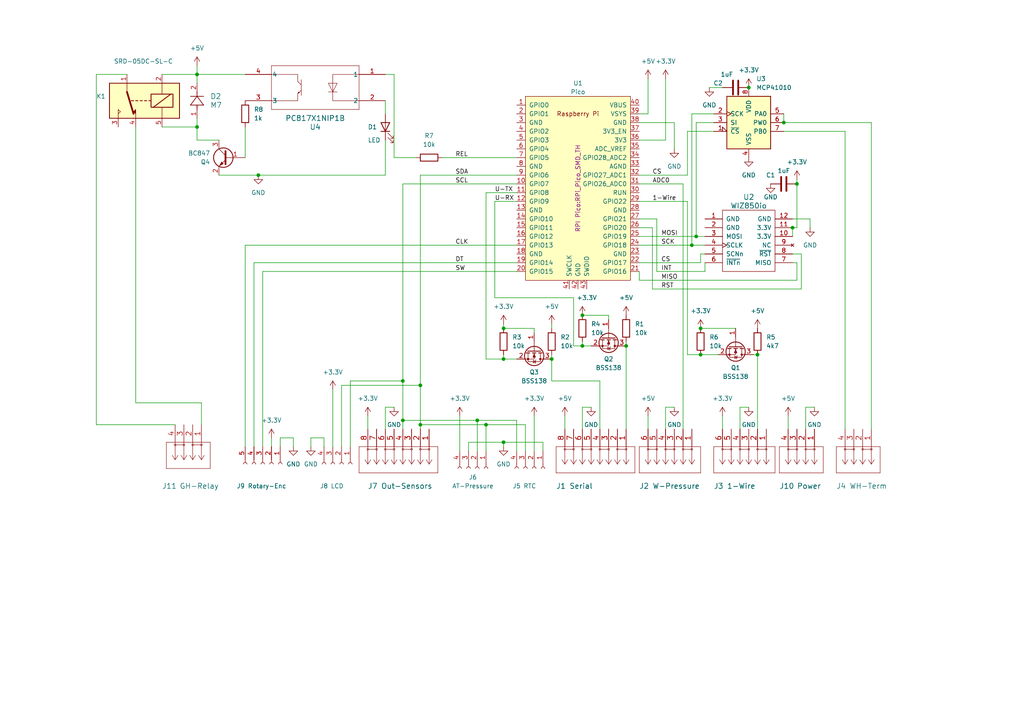
<source format=kicad_sch>
(kicad_sch (version 20231120) (generator "eeschema") (generator_version "8.0")
  (paper "A4")
  (lib_symbols
    (symbol "233-502_1" (pin_names (offset 0.254) hide)
      (property "Reference" "J" (at 8.89 6.35 0))
      (property "Value" "233-502" (at 10.16 -5.08 0))
      (symbol "233-502_1_1_1"
        (pin unspecified line (at 0 0 0) (length 5.08) (name "1") (number "1"))
        (pin unspecified line (at 0 -2.54 0) (length 5.08) (name "2") (number "2"))
        (pin unspecified line (at 0 -5.08 0) (length 5.08) (name "3") (number "3"))
        (pin unspecified line (at 0 -7.62 0) (length 5.08) (name "4") (number "4"))
      )
    )
    (symbol "Connector:Conn_01x04_Socket" (pin_names (offset 1.016) hide)
      (property "Reference" "J" (at 0 5.08 0))
      (property "Value" "Conn_01x04_Socket" (at 0 -7.62 0))
      (symbol "Conn_01x04_Socket_1_1"
        (pin passive line (at -5.08 2.54 0) (length 3.81) (name "Pin_1") (number "1"))
        (pin passive line (at -5.08 0 0) (length 3.81) (name "Pin_2") (number "2"))
        (pin passive line (at -5.08 -2.54 0) (length 3.81) (name "Pin_3") (number "3"))
        (pin passive line (at -5.08 -5.08 0) (length 3.81) (name "Pin_4") (number "4"))
      )
    )
    (symbol "Connector:Conn_01x05_Socket" (pin_names (offset 1.016) hide)
      (property "Reference" "J" (at 0 7.62 0))
      (property "Value" "Conn_01x05_Socket" (at 0 -7.62 0))
      (symbol "Conn_01x05_Socket_1_1"
        (pin passive line (at -5.08 5.08 0) (length 3.81) (name "Pin_1") (number "1"))
        (pin passive line (at -5.08 2.54 0) (length 3.81) (name "Pin_2") (number "2"))
        (pin passive line (at -5.08 0 0) (length 3.81) (name "Pin_3") (number "3"))
        (pin passive line (at -5.08 -2.54 0) (length 3.81) (name "Pin_4") (number "4"))
        (pin passive line (at -5.08 -5.08 0) (length 3.81) (name "Pin_5") (number "5"))
      )
    )
    (symbol "Device:C" (pin_numbers hide) (pin_names (offset 0.254))
      (property "Reference" "C" (at 0.635 2.54 0))
      (property "Value" "C" (at 0.635 -2.54 0))
      (symbol "C_1_1"
        (pin passive line (at 0 3.81 270) (length 2.794) (name "~") (number "1"))
        (pin passive line (at 0 -3.81 90) (length 2.794) (name "~") (number "2"))
      )
    )
    (symbol "Device:LED" (pin_numbers hide) (pin_names (offset 1.016) hide)
      (property "Reference" "D" (at 0 2.54 0))
      (property "Value" "LED" (at 0 -2.54 0))
      (symbol "LED_1_1"
        (pin passive line (at -3.81 0 0) (length 2.54) (name "K") (number "1"))
        (pin passive line (at 3.81 0 180) (length 2.54) (name "A") (number "2"))
      )
    )
    (symbol "Device:R" (pin_numbers hide) (pin_names (offset 0))
      (property "Reference" "R" (at 2.032 0 90))
      (property "Value" "R" (at 0 0 90))
      (symbol "R_1_1"
        (pin passive line (at 0 3.81 270) (length 1.27) (name "~") (number "1"))
        (pin passive line (at 0 -3.81 90) (length 1.27) (name "~") (number "2"))
      )
    )
    (symbol "M7:M7" (pin_names (offset 0.254))
      (property "Reference" "CR" (at 5.08 4.445 0))
      (property "Value" "M7" (at 5.08 -3.81 0))
      (symbol "M7_1_1"
        (pin unspecified line (at 10.16 0 180) (length 2.54) (name "") (number "1"))
        (pin unspecified line (at 0 0 0) (length 2.54) (name "") (number "2"))
      )
      (symbol "M7_1_2"
        (pin unspecified line (at 0 10.16 270) (length 2.54) (name "") (number "1"))
        (pin unspecified line (at 0 0 90) (length 2.54) (name "") (number "2"))
      )
    )
    (symbol "PC817:PC817X1NIP1B" (pin_names (offset 0.254))
      (property "Reference" "U" (at 20.32 7.62 0))
      (property "Value" "PC817X1NIP1B" (at 20.32 7.62 0))
      (symbol "PC817X1NIP1B_0_1"
        (pin unspecified line (at 0 0 0) (length 7.62) (name "1") (number "1"))
        (pin unspecified line (at 0 -7.62 0) (length 7.62) (name "2") (number "2"))
        (pin unspecified line (at 40.64 -7.62 180) (length 7.62) (name "3") (number "3"))
        (pin unspecified line (at 40.64 0 180) (length 7.62) (name "4") (number "4"))
      )
    )
    (symbol "Potentiometer_Digital:MCP41010" (pin_names (offset 1.016))
      (property "Reference" "U" (at -6.35 8.89 0))
      (property "Value" "MCP41010" (at 1.27 8.89 0))
      (symbol "MCP41010_1_1"
        (pin input input_low (at -10.16 -2.54 0) (length 3.81) (name "~{CS}") (number "1"))
        (pin passive clock (at -10.16 2.54 0) (length 3.81) (name "SCK") (number "2"))
        (pin input line (at -10.16 0 0) (length 3.81) (name "SI") (number "3"))
        (pin power_in line (at 0 -10.16 90) (length 2.54) (name "VSS") (number "4"))
        (pin passive line (at 10.16 2.54 180) (length 3.81) (name "PA0") (number "5"))
        (pin passive line (at 10.16 0 180) (length 3.81) (name "PW0") (number "6"))
        (pin passive line (at 10.16 -2.54 180) (length 3.81) (name "PB0") (number "7"))
        (pin power_in line (at 0 10.16 270) (length 2.54) (name "VDD") (number "8"))
      )
    )
    (symbol "RPI Pico:Pico" (pin_names (offset 1.016))
      (property "Reference" "U" (at -13.97 27.94 0))
      (property "Value" "Pico" (at 0 19.05 0))
      (symbol "Pico_0_0"
        (text "Raspberry Pi" (at 0 21.59 0) (effects (font (size 1.27 1.27))))
      )
      (symbol "Pico_1_1"
        (pin bidirectional line (at -17.78 24.13 0) (length 2.54) (name "GPIO0") (number "1"))
        (pin bidirectional line (at -17.78 1.27 0) (length 2.54) (name "GPIO7") (number "10"))
        (pin bidirectional line (at -17.78 -1.27 0) (length 2.54) (name "GPIO8") (number "11"))
        (pin bidirectional line (at -17.78 -3.81 0) (length 2.54) (name "GPIO9") (number "12"))
        (pin power_in line (at -17.78 -6.35 0) (length 2.54) (name "GND") (number "13"))
        (pin bidirectional line (at -17.78 -8.89 0) (length 2.54) (name "GPIO10") (number "14"))
        (pin bidirectional line (at -17.78 -11.43 0) (length 2.54) (name "GPIO11") (number "15"))
        (pin bidirectional line (at -17.78 -13.97 0) (length 2.54) (name "GPIO12") (number "16"))
        (pin bidirectional line (at -17.78 -16.51 0) (length 2.54) (name "GPIO13") (number "17"))
        (pin power_in line (at -17.78 -19.05 0) (length 2.54) (name "GND") (number "18"))
        (pin bidirectional line (at -17.78 -21.59 0) (length 2.54) (name "GPIO14") (number "19"))
        (pin bidirectional line (at -17.78 21.59 0) (length 2.54) (name "GPIO1") (number "2"))
        (pin bidirectional line (at -17.78 -24.13 0) (length 2.54) (name "GPIO15") (number "20"))
        (pin bidirectional line (at 17.78 -24.13 180) (length 2.54) (name "GPIO16") (number "21"))
        (pin bidirectional line (at 17.78 -21.59 180) (length 2.54) (name "GPIO17") (number "22"))
        (pin power_in line (at 17.78 -19.05 180) (length 2.54) (name "GND") (number "23"))
        (pin bidirectional line (at 17.78 -16.51 180) (length 2.54) (name "GPIO18") (number "24"))
        (pin bidirectional line (at 17.78 -13.97 180) (length 2.54) (name "GPIO19") (number "25"))
        (pin bidirectional line (at 17.78 -11.43 180) (length 2.54) (name "GPIO20") (number "26"))
        (pin bidirectional line (at 17.78 -8.89 180) (length 2.54) (name "GPIO21") (number "27"))
        (pin power_in line (at 17.78 -6.35 180) (length 2.54) (name "GND") (number "28"))
        (pin bidirectional line (at 17.78 -3.81 180) (length 2.54) (name "GPIO22") (number "29"))
        (pin power_in line (at -17.78 19.05 0) (length 2.54) (name "GND") (number "3"))
        (pin input line (at 17.78 -1.27 180) (length 2.54) (name "RUN") (number "30"))
        (pin bidirectional line (at 17.78 1.27 180) (length 2.54) (name "GPIO26_ADC0") (number "31"))
        (pin bidirectional line (at 17.78 3.81 180) (length 2.54) (name "GPIO27_ADC1") (number "32"))
        (pin power_in line (at 17.78 6.35 180) (length 2.54) (name "AGND") (number "33"))
        (pin bidirectional line (at 17.78 8.89 180) (length 2.54) (name "GPIO28_ADC2") (number "34"))
        (pin unspecified line (at 17.78 11.43 180) (length 2.54) (name "ADC_VREF") (number "35"))
        (pin unspecified line (at 17.78 13.97 180) (length 2.54) (name "3V3") (number "36"))
        (pin input line (at 17.78 16.51 180) (length 2.54) (name "3V3_EN") (number "37"))
        (pin bidirectional line (at 17.78 19.05 180) (length 2.54) (name "GND") (number "38"))
        (pin unspecified line (at 17.78 21.59 180) (length 2.54) (name "VSYS") (number "39"))
        (pin bidirectional line (at -17.78 16.51 0) (length 2.54) (name "GPIO2") (number "4"))
        (pin unspecified line (at 17.78 24.13 180) (length 2.54) (name "VBUS") (number "40"))
        (pin input line (at -2.54 -29.21 90) (length 2.54) (name "SWCLK") (number "41"))
        (pin power_in line (at 0 -29.21 90) (length 2.54) (name "GND") (number "42"))
        (pin bidirectional line (at 2.54 -29.21 90) (length 2.54) (name "SWDIO") (number "43"))
        (pin bidirectional line (at -17.78 13.97 0) (length 2.54) (name "GPIO3") (number "5"))
        (pin bidirectional line (at -17.78 11.43 0) (length 2.54) (name "GPIO4") (number "6"))
        (pin bidirectional line (at -17.78 8.89 0) (length 2.54) (name "GPIO5") (number "7"))
        (pin power_in line (at -17.78 6.35 0) (length 2.54) (name "GND") (number "8"))
        (pin bidirectional line (at -17.78 3.81 0) (length 2.54) (name "GPIO6") (number "9"))
      )
    )
    (symbol "Relay:SANYOU_SRD_Form_C"
      (property "Reference" "K" (at 11.43 3.81 0))
      (property "Value" "SANYOU_SRD_Form_C" (at 11.43 1.27 0))
      (symbol "SANYOU_SRD_Form_C_1_1"
        (pin passive line (at 5.08 -7.62 90) (length 2.54) (name "~") (number "1"))
        (pin passive line (at -5.08 -7.62 90) (length 2.54) (name "~") (number "2"))
        (pin passive line (at 7.62 7.62 270) (length 2.54) (name "~") (number "3"))
        (pin passive line (at 2.54 7.62 270) (length 2.54) (name "~") (number "4"))
        (pin passive line (at -5.08 7.62 270) (length 2.54) (name "~") (number "5"))
      )
    )
    (symbol "Transistor_BJT:BC847" (pin_names (offset 0) hide)
      (property "Reference" "Q" (at 5.08 1.905 0))
      (property "Value" "BC847" (at 5.08 0 0))
      (symbol "BC847_1_1"
        (pin input line (at -5.08 0 0) (length 5.715) (name "B") (number "1"))
        (pin passive line (at 2.54 -5.08 90) (length 2.54) (name "E") (number "2"))
        (pin passive line (at 2.54 5.08 270) (length 2.54) (name "C") (number "3"))
      )
    )
    (symbol "Transistor_FET:BSS138" (pin_names hide)
      (property "Reference" "Q" (at 5.08 1.905 0))
      (property "Value" "BSS138" (at 5.08 0 0))
      (symbol "BSS138_1_1"
        (pin input line (at -5.08 0 0) (length 2.54) (name "G") (number "1"))
        (pin passive line (at 2.54 -5.08 90) (length 2.54) (name "S") (number "2"))
        (pin passive line (at 2.54 5.08 270) (length 2.54) (name "D") (number "3"))
      )
    )
    (symbol "Wago 233-502:233-502" (pin_names (offset 0.254) hide)
      (property "Reference" "J" (at 8.89 6.35 0))
      (property "Value" "233-502" (at 10.16 -5.08 0))
      (symbol "233-502_1_1"
        (pin unspecified line (at 0 0 0) (length 5.08) (name "1") (number "1"))
        (pin unspecified line (at 0 -2.54 0) (length 5.08) (name "2") (number "2"))
        (pin unspecified line (at 0 -5.08 0) (length 5.08) (name "3") (number "3"))
        (pin unspecified line (at 0 -7.62 0) (length 5.08) (name "4") (number "4"))
      )
    )
    (symbol "Wago 233-503:233-503" (pin_names (offset 0.254) hide)
      (property "Reference" "J" (at 8.89 6.35 0))
      (property "Value" "233-503" (at 10.16 -5.08 0))
      (symbol "233-503_1_1"
        (pin unspecified line (at 0 0 0) (length 5.08) (name "1") (number "1"))
        (pin unspecified line (at 0 -2.54 0) (length 5.08) (name "2") (number "2"))
        (pin unspecified line (at 0 -5.08 0) (length 5.08) (name "3") (number "3"))
        (pin unspecified line (at 0 -7.62 0) (length 5.08) (name "4") (number "4"))
        (pin unspecified line (at 0 -10.16 0) (length 5.08) (name "5") (number "5"))
        (pin unspecified line (at 0 -12.7 0) (length 5.08) (name "6") (number "6"))
      )
    )
    (symbol "Wago 233-504:233-504" (pin_names (offset 0.254) hide)
      (property "Reference" "J" (at 8.89 6.35 0))
      (property "Value" "233-504" (at 10.16 -10.16 0))
      (symbol "233-504_1_1"
        (pin unspecified line (at 0 0 0) (length 5.08) (name "1") (number "1"))
        (pin unspecified line (at 0 -2.54 0) (length 5.08) (name "2") (number "2"))
        (pin unspecified line (at 0 -5.08 0) (length 5.08) (name "3") (number "3"))
        (pin unspecified line (at 0 -7.62 0) (length 5.08) (name "4") (number "4"))
        (pin unspecified line (at 0 -10.16 0) (length 5.08) (name "5") (number "5"))
        (pin unspecified line (at 0 -12.7 0) (length 5.08) (name "6") (number "6"))
        (pin unspecified line (at 0 -15.24 0) (length 5.08) (name "7") (number "7"))
        (pin unspecified line (at 0 -17.78 0) (length 5.08) (name "8") (number "8"))
      )
    )
    (symbol "Wiz850io:WIZ850io" (pin_names (offset 1.016))
      (property "Reference" "U" (at 0 -10.16 0))
      (property "Value" "WIZ850io" (at 0 10.16 0))
      (symbol "WIZ850io_1_1"
        (pin power_in line (at -12.7 6.35 0) (length 5.08) (name "GND") (number "1"))
        (pin power_in line (at 12.7 1.27 180) (length 5.08) (name "3.3V") (number "10"))
        (pin power_in line (at 12.7 3.81 180) (length 5.08) (name "3.3V") (number "11"))
        (pin input line (at 12.7 6.35 180) (length 5.08) (name "GND") (number "12"))
        (pin power_in line (at -12.7 3.81 0) (length 5.08) (name "GND") (number "2"))
        (pin input line (at -12.7 1.27 0) (length 5.08) (name "MOSI") (number "3"))
        (pin input clock (at -12.7 -1.27 0) (length 5.08) (name "SCLK") (number "4"))
        (pin input line (at -12.7 -3.81 0) (length 5.08) (name "SCNn") (number "5"))
        (pin input line (at -12.7 -6.35 0) (length 5.08) (name "~{INTn}") (number "6"))
        (pin output line (at 12.7 -6.35 180) (length 5.08) (name "MISO") (number "7"))
        (pin input line (at 12.7 -3.81 180) (length 5.08) (name "~{RST}") (number "8"))
        (pin no_connect line (at 12.7 -1.27 180) (length 5.08) (name "NC") (number "9"))
      )
    )
    (symbol "power:+3.3V" (power) (pin_names (offset 0))
      (property "Value" "+3.3V" (at 0 3.556 0))
      (symbol "+3.3V_1_1"
        (pin power_in line (at 0 0 90) (length 0) hide (name "+3.3V") (number "1"))
      )
    )
    (symbol "power:+5V" (power) (pin_names (offset 0))
      (property "Value" "+5V" (at 0 3.556 0))
      (symbol "+5V_1_1"
        (pin power_in line (at 0 0 90) (length 0) hide (name "+5V") (number "1"))
      )
    )
    (symbol "power:GND" (power) (pin_names (offset 0))
      (property "Value" "GND" (at 0 -3.81 0))
      (symbol "GND_1_1"
        (pin power_in line (at 0 0 270) (length 0) hide (name "GND") (number "1"))
      )
    )
  )
  (junction (at 200.66 71.12))
  (junction (at 203.2 95.25))
  (junction (at 168.91 91.44))
  (junction (at 138.43 121.92))
  (junction (at 229.87 66.04))
  (junction (at 217.17 25.4))
  (junction (at 140.97 123.19))
  (junction (at 121.92 111.76))
  (junction (at 219.71 102.87))
  (junction (at 116.84 121.92))
  (junction (at 146.05 95.25))
  (junction (at 57.15 36.83))
  (junction (at 203.2 102.87))
  (junction (at 201.93 68.58))
  (junction (at 181.61 100.33))
  (junction (at 168.91 100.33))
  (junction (at 146.05 104.14))
  (junction (at 121.92 123.19))
  (junction (at 160.02 104.14))
  (junction (at 74.93 50.8))
  (junction (at 227.33 35.56))
  (junction (at 231.14 53.34))
  (junction (at 116.84 110.49))
  (junction (at 57.15 21.59))
  (junction (at 146.05 128.27))
  (wire (pts (xy 168.91 124.46) (xy 168.91 118.11)))
  (wire (pts (xy 101.6 129.54) (xy 101.6 110.49)))
  (wire (pts (xy 76.2 78.74) (xy 149.86 78.74)))
  (wire (pts (xy 146.05 102.87) (xy 146.05 104.14)))
  (wire (pts (xy 160.02 110.49) (xy 160.02 104.14)))
  (wire (pts (xy 27.94 123.19) (xy 50.8 123.19)))
  (wire (pts (xy 149.86 55.88) (xy 140.97 55.88)))
  (wire (pts (xy 190.5 78.74) (xy 190.5 63.5)))
  (wire (pts (xy 195.58 35.56) (xy 195.58 43.18)))
  (wire (pts (xy 154.94 120.65) (xy 154.94 130.81)))
  (wire (pts (xy 214.63 124.46) (xy 214.63 118.11)))
  (wire (pts (xy 57.15 24.13) (xy 57.15 21.59)))
  (wire (pts (xy 114.3 21.59) (xy 114.3 45.72)))
  (wire (pts (xy 163.83 120.65) (xy 163.83 124.46)))
  (wire (pts (xy 57.15 36.83) (xy 57.15 34.29)))
  (wire (pts (xy 27.94 21.59) (xy 27.94 123.19)))
  (wire (pts (xy 143.51 86.36) (xy 166.37 86.36)))
  (wire (pts (xy 111.76 40.64) (xy 111.76 50.8)))
  (wire (pts (xy 146.05 93.98) (xy 146.05 95.25)))
  (wire (pts (xy 168.91 100.33) (xy 171.45 100.33)))
  (wire (pts (xy 227.33 35.56) (xy 252.73 35.56)))
  (wire (pts (xy 57.15 40.64) (xy 57.15 36.83)))
  (wire (pts (xy 185.42 71.12) (xy 200.66 71.12)))
  (wire (pts (xy 140.97 55.88) (xy 140.97 104.14)))
  (wire (pts (xy 200.66 71.12) (xy 200.66 33.02)))
  (wire (pts (xy 207.01 35.56) (xy 201.93 35.56)))
  (wire (pts (xy 231.14 52.07) (xy 231.14 53.34)))
  (wire (pts (xy 204.47 78.74) (xy 190.5 78.74)))
  (wire (pts (xy 200.66 71.12) (xy 204.47 71.12)))
  (wire (pts (xy 93.98 127) (xy 93.98 129.54)))
  (wire (pts (xy 229.87 73.66) (xy 232.41 73.66)))
  (wire (pts (xy 166.37 100.33) (xy 168.91 100.33)))
  (wire (pts (xy 227.33 33.02) (xy 227.33 35.56)))
  (wire (pts (xy 229.87 63.5) (xy 234.95 63.5)))
  (wire (pts (xy 204.47 76.2) (xy 204.47 78.74)))
  (wire (pts (xy 63.5 50.8) (xy 74.93 50.8)))
  (wire (pts (xy 229.87 76.2) (xy 231.14 76.2)))
  (wire (pts (xy 200.66 33.02) (xy 207.01 33.02)))
  (wire (pts (xy 121.92 50.8) (xy 149.86 50.8)))
  (wire (pts (xy 185.42 40.64) (xy 193.04 40.64)))
  (wire (pts (xy 173.99 110.49) (xy 160.02 110.49)))
  (wire (pts (xy 185.42 50.8) (xy 199.39 50.8)))
  (wire (pts (xy 203.2 73.66) (xy 203.2 76.2)))
  (wire (pts (xy 149.86 53.34) (xy 116.84 53.34)))
  (wire (pts (xy 57.15 19.05) (xy 57.15 21.59)))
  (wire (pts (xy 121.92 123.19) (xy 140.97 123.19)))
  (wire (pts (xy 185.42 81.28) (xy 231.14 81.28)))
  (wire (pts (xy 140.97 104.14) (xy 146.05 104.14)))
  (wire (pts (xy 121.92 124.46) (xy 121.92 123.19)))
  (wire (pts (xy 152.4 123.19) (xy 152.4 130.81)))
  (wire (pts (xy 187.96 22.86) (xy 187.96 33.02)))
  (wire (pts (xy 193.04 118.11) (xy 193.04 124.46)))
  (wire (pts (xy 36.83 21.59) (xy 27.94 21.59)))
  (wire (pts (xy 229.87 66.04) (xy 231.14 66.04)))
  (wire (pts (xy 173.99 124.46) (xy 173.99 110.49)))
  (wire (pts (xy 106.68 120.65) (xy 106.68 124.46)))
  (wire (pts (xy 76.2 129.54) (xy 76.2 78.74)))
  (wire (pts (xy 90.17 129.54) (xy 90.17 127)))
  (wire (pts (xy 71.12 21.59) (xy 57.15 21.59)))
  (wire (pts (xy 138.43 121.92) (xy 149.86 121.92)))
  (wire (pts (xy 73.66 76.2) (xy 149.86 76.2)))
  (wire (pts (xy 111.76 118.11) (xy 114.3 118.11)))
  (wire (pts (xy 58.42 116.84) (xy 58.42 123.19)))
  (wire (pts (xy 181.61 99.06) (xy 181.61 100.33)))
  (wire (pts (xy 143.51 58.42) (xy 143.51 86.36)))
  (wire (pts (xy 128.27 45.72) (xy 149.86 45.72)))
  (wire (pts (xy 232.41 83.82) (xy 189.23 83.82)))
  (wire (pts (xy 232.41 73.66) (xy 232.41 83.82)))
  (wire (pts (xy 185.42 53.34) (xy 198.12 53.34)))
  (wire (pts (xy 85.09 127) (xy 85.09 129.54)))
  (wire (pts (xy 201.93 68.58) (xy 204.47 68.58)))
  (wire (pts (xy 189.23 83.82) (xy 189.23 66.04)))
  (wire (pts (xy 227.33 38.1) (xy 245.11 38.1)))
  (wire (pts (xy 71.12 71.12) (xy 149.86 71.12)))
  (wire (pts (xy 96.52 113.03) (xy 96.52 129.54)))
  (wire (pts (xy 63.5 40.64) (xy 57.15 40.64)))
  (wire (pts (xy 219.71 124.46) (xy 219.71 102.87)))
  (wire (pts (xy 231.14 76.2) (xy 231.14 81.28)))
  (wire (pts (xy 187.96 33.02) (xy 185.42 33.02)))
  (wire (pts (xy 203.2 76.2) (xy 185.42 76.2)))
  (wire (pts (xy 198.12 53.34) (xy 198.12 124.46)))
  (wire (pts (xy 74.93 50.8) (xy 111.76 50.8)))
  (wire (pts (xy 199.39 58.42) (xy 199.39 102.87)))
  (wire (pts (xy 146.05 128.27) (xy 146.05 129.54)))
  (wire (pts (xy 233.68 118.11) (xy 236.22 118.11)))
  (wire (pts (xy 116.84 124.46) (xy 116.84 121.92)))
  (wire (pts (xy 234.95 63.5) (xy 234.95 66.04)))
  (wire (pts (xy 121.92 111.76) (xy 121.92 123.19)))
  (wire (pts (xy 209.55 120.65) (xy 209.55 124.46)))
  (wire (pts (xy 189.23 66.04) (xy 185.42 66.04)))
  (wire (pts (xy 160.02 93.98) (xy 160.02 95.25)))
  (wire (pts (xy 214.63 118.11) (xy 217.17 118.11)))
  (wire (pts (xy 185.42 35.56) (xy 195.58 35.56)))
  (wire (pts (xy 149.86 121.92) (xy 149.86 130.81)))
  (wire (pts (xy 201.93 35.56) (xy 201.93 68.58)))
  (wire (pts (xy 111.76 21.59) (xy 114.3 21.59)))
  (wire (pts (xy 71.12 36.83) (xy 71.12 45.72)))
  (wire (pts (xy 185.42 58.42) (xy 199.39 58.42)))
  (wire (pts (xy 111.76 29.21) (xy 111.76 33.02)))
  (wire (pts (xy 99.06 129.54) (xy 99.06 111.76)))
  (wire (pts (xy 154.94 95.25) (xy 154.94 96.52)))
  (wire (pts (xy 116.84 53.34) (xy 116.84 110.49)))
  (wire (pts (xy 81.28 129.54) (xy 81.28 127)))
  (wire (pts (xy 166.37 86.36) (xy 166.37 100.33)))
  (wire (pts (xy 46.99 21.59) (xy 57.15 21.59)))
  (wire (pts (xy 252.73 35.56) (xy 252.73 124.46)))
  (wire (pts (xy 140.97 123.19) (xy 152.4 123.19)))
  (wire (pts (xy 185.42 81.28) (xy 185.42 78.74)))
  (wire (pts (xy 81.28 127) (xy 85.09 127)))
  (wire (pts (xy 133.35 120.65) (xy 133.35 130.81)))
  (wire (pts (xy 116.84 121.92) (xy 138.43 121.92)))
  (wire (pts (xy 146.05 128.27) (xy 157.48 128.27)))
  (wire (pts (xy 39.37 116.84) (xy 58.42 116.84)))
  (wire (pts (xy 231.14 53.34) (xy 231.14 66.04)))
  (wire (pts (xy 116.84 110.49) (xy 116.84 121.92)))
  (wire (pts (xy 199.39 38.1) (xy 207.01 38.1)))
  (wire (pts (xy 78.74 127) (xy 78.74 129.54)))
  (wire (pts (xy 203.2 95.25) (xy 213.36 95.25)))
  (wire (pts (xy 203.2 73.66) (xy 204.47 73.66)))
  (wire (pts (xy 218.44 102.87) (xy 219.71 102.87)))
  (wire (pts (xy 46.99 36.83) (xy 57.15 36.83)))
  (wire (pts (xy 205.74 25.4) (xy 209.55 25.4)))
  (wire (pts (xy 138.43 121.92) (xy 138.43 130.81)))
  (wire (pts (xy 121.92 50.8) (xy 121.92 111.76)))
  (wire (pts (xy 228.6 120.65) (xy 228.6 124.46)))
  (wire (pts (xy 176.53 91.44) (xy 168.91 91.44)))
  (wire (pts (xy 185.42 68.58) (xy 201.93 68.58)))
  (wire (pts (xy 90.17 127) (xy 93.98 127)))
  (wire (pts (xy 146.05 104.14) (xy 149.86 104.14)))
  (wire (pts (xy 185.42 63.5) (xy 190.5 63.5)))
  (wire (pts (xy 114.3 45.72) (xy 120.65 45.72)))
  (wire (pts (xy 233.68 118.11) (xy 233.68 124.46)))
  (wire (pts (xy 193.04 22.86) (xy 193.04 40.64)))
  (wire (pts (xy 149.86 58.42) (xy 143.51 58.42)))
  (wire (pts (xy 176.53 92.71) (xy 176.53 91.44)))
  (wire (pts (xy 199.39 50.8) (xy 199.39 38.1)))
  (wire (pts (xy 39.37 36.83) (xy 39.37 116.84)))
  (wire (pts (xy 73.66 129.54) (xy 73.66 76.2)))
  (wire (pts (xy 146.05 95.25) (xy 154.94 95.25)))
  (wire (pts (xy 195.58 118.11) (xy 193.04 118.11)))
  (wire (pts (xy 140.97 123.19) (xy 140.97 130.81)))
  (wire (pts (xy 168.91 99.06) (xy 168.91 100.33)))
  (wire (pts (xy 160.02 102.87) (xy 160.02 104.14)))
  (wire (pts (xy 199.39 102.87) (xy 203.2 102.87)))
  (wire (pts (xy 245.11 38.1) (xy 245.11 124.46)))
  (wire (pts (xy 101.6 110.49) (xy 116.84 110.49)))
  (wire (pts (xy 135.89 128.27) (xy 135.89 130.81)))
  (wire (pts (xy 99.06 111.76) (xy 121.92 111.76)))
  (wire (pts (xy 181.61 124.46) (xy 181.61 100.33)))
  (wire (pts (xy 71.12 129.54) (xy 71.12 71.12)))
  (wire (pts (xy 135.89 128.27) (xy 146.05 128.27)))
  (wire (pts (xy 111.76 124.46) (xy 111.76 118.11)))
  (wire (pts (xy 203.2 102.87) (xy 208.28 102.87)))
  (wire (pts (xy 229.87 66.04) (xy 229.87 68.58)))
  (wire (pts (xy 168.91 118.11) (xy 171.45 118.11)))
  (wire (pts (xy 157.48 130.81) (xy 157.48 128.27)))
  (wire (pts (xy 187.96 120.65) (xy 187.96 124.46)))
  (label "INT" (at 191.77 78.74 0))
  (label "REL" (at 132.08 45.72 0))
  (label "1-Wire" (at 189.23 58.42 0))
  (label "CLK" (at 132.08 71.12 0))
  (label "U-TX" (at 143.51 55.88 0))
  (label "CS" (at 189.23 50.8 0))
  (label "SCK" (at 191.77 71.12 0))
  (label "MISO" (at 191.77 81.28 0))
  (label "RST" (at 191.77 83.82 0))
  (label "MOSI" (at 191.77 68.58 0))
  (label "U-RX" (at 143.51 58.42 0))
  (label "DT" (at 132.08 76.2 0))
  (label "SW" (at 132.08 78.74 0))
  (label "SCL" (at 132.08 53.34 0))
  (label "ADC0" (at 189.23 53.34 0))
  (label "SDA" (at 132.08 50.8 0))
  (label "CS" (at 191.77 76.2 0))
  (symbol (lib_id "power:+5V") (at 228.6 120.65 0) (unit 1)
    (property "Reference" "#PWR018" (effects (hide yes)))
    (property "Value" "+5V" (at 228.6 115.57 0))
  )
  (symbol (lib_id "Wago 233-504:233-504") (at 181.61 124.46 270) (unit 1)
    (property "Reference" "J1" (at 161.29 140.97 90) (effects (font (size 1.524 1.524)) (justify left)))
    (property "Value" "Serial" (at 165.1 140.97 90) (effects (font (size 1.524 1.524)) (justify left)))
    (property "Footprint" "Wago 233-504:233-504" (effects (hide yes)))
  )
  (symbol (lib_id "power:GND") (at 195.58 43.18 0) (unit 1)
    (property "Reference" "#PWR02" (effects (hide yes)))
    (property "Value" "GND" (at 195.58 48.26 0))
  )
  (symbol (lib_id "power:+3.3V") (at 133.35 120.65 0) (unit 1)
    (property "Reference" "#PWR021" (effects (hide yes)))
    (property "Value" "+3.3V" (at 133.35 115.57 0))
  )
  (symbol (lib_id "power:+3.3V") (at 168.91 91.44 0) (unit 1)
    (property "Reference" "#PWR016" (effects (hide yes)))
    (property "Value" "+3.3V" (at 170.18 86.36 0))
  )
  (symbol (lib_id "Connector:Conn_01x04_Socket") (at 138.43 135.89 270) (unit 1)
    (property "Reference" "J6" (at 137.16 138.43 90))
    (property "Value" "AT-Pressure" (at 137.16 140.97 90))
    (property "Footprint" "Connector_PinHeader_2.54mm:PinHeader_1x04_P2.54mm_Vertical" (effects (hide yes)))
  )
  (symbol (lib_id "Wiz850io:WIZ850io") (at 217.17 69.85 0) (unit 1)
    (property "Reference" "U2" (at 217.17 57.15 0) (effects (font (size 1.524 1.524))))
    (property "Value" "WIZ850io" (at 217.17 59.69 0) (effects (font (size 1.524 1.524))))
    (property "Footprint" "WIZ850io:WIZ850io" (effects (hide yes)))
  )
  (symbol (lib_id "Device:C") (at 213.36 25.4 90) (unit 1)
    (property "Reference" "C2" (at 208.28 24.13 90))
    (property "Value" "1uF" (at 210.82 21.59 90))
    (property "Footprint" "Capacitor_SMD:C_0805_2012Metric_Pad1.18x1.45mm_HandSolder" (effects (hide yes)))
  )
  (symbol (lib_id "power:+3.3V") (at 78.74 127 0) (unit 1)
    (property "Reference" "#PWR028" (effects (hide yes)))
    (property "Value" "+3.3V" (at 78.74 121.92 0))
  )
  (symbol (lib_id "PC817:PC817X1NIP1B") (at 111.76 21.59 0) (mirror y) (unit 1)
    (property "Reference" "U4" (at 91.44 36.83 0) (effects (font (size 1.524 1.524))))
    (property "Value" "PC817X1NIP1B" (at 91.44 34.29 0) (effects (font (size 1.524 1.524))))
    (property "Footprint" "PC817:PC817XI_SHP" (effects (hide yes)))
    (property "Datasheet" "PC817X1NIP1B" (effects (hide yes)))
  )
  (symbol (lib_id "power:+3.3V") (at 231.14 52.07 0) (unit 1)
    (property "Reference" "#PWR07" (effects (hide yes)))
    (property "Value" "+3.3V" (at 231.14 46.99 0))
  )
  (symbol (lib_id "power:+3.3V") (at 146.05 93.98 0) (unit 1)
    (property "Reference" "#PWR015" (effects (hide yes)))
    (property "Value" "+3.3V" (at 146.05 88.9 0))
  )
  (symbol (lib_id "power:+3.3V") (at 96.52 113.03 0) (unit 1)
    (property "Reference" "#PWR027" (effects (hide yes)))
    (property "Value" "+3.3V" (at 96.52 107.95 0))
  )
  (symbol (lib_id "Wago 233-504:233-504") (at 124.46 124.46 270) (unit 1)
    (property "Reference" "J7" (at 106.68 140.97 90) (effects (font (size 1.524 1.524)) (justify left)))
    (property "Value" "Out-Sensors" (at 110.49 140.97 90) (effects (font (size 1.524 1.524)) (justify left)))
    (property "Footprint" "Wago 233-504:233-504" (effects (hide yes)))
  )
  (symbol (lib_id "Transistor_BJT:BC847") (at 66.04 45.72 0) (mirror y) (unit 1)
    (property "Reference" "Q4" (at 60.96 46.99 0) (effects (justify left)))
    (property "Value" "BC847" (at 60.96 44.45 0) (effects (justify left)))
    (property "Footprint" "Package_TO_SOT_SMD:SOT-23" (effects (hide yes)))
    (property "Datasheet" "http://www.infineon.com/dgdl/Infineon-BC847SERIES_BC848SERIES_BC849SERIES_BC850SERIES-DS-v01_01-en.pdf?fileId=db3a304314dca389011541d4630a1657" (effects (hide yes)))
  )
  (symbol (lib_id "power:+3.3V") (at 106.68 120.65 0) (unit 1)
    (property "Reference" "#PWR024" (effects (hide yes)))
    (property "Value" "+3.3V" (at 106.68 115.57 0))
  )
  (symbol (lib_id "power:GND") (at 114.3 118.11 0) (unit 1)
    (property "Reference" "#PWR025" (effects (hide yes)))
    (property "Value" "GND" (at 114.3 123.19 0))
  )
  (symbol (lib_id "Transistor_FET:BSS138") (at 176.53 97.79 270) (unit 1)
    (property "Reference" "Q2" (at 176.53 104.14 90))
    (property "Value" "BSS138" (at 176.53 106.68 90))
    (property "Footprint" "Package_TO_SOT_SMD:SOT-23" (effects (hide yes)))
    (property "Datasheet" "https://www.onsemi.com/pub/Collateral/BSS138-D.PDF" (effects (hide yes)))
  )
  (symbol (lib_id "power:+5V") (at 187.96 120.65 0) (unit 1)
    (property "Reference" "#PWR04" (effects (hide yes)))
    (property "Value" "+5V" (at 187.96 115.57 0))
  )
  (symbol (lib_id "power:+5V") (at 160.02 93.98 0) (unit 1)
    (property "Reference" "#PWR013" (effects (hide yes)))
    (property "Value" "+5V" (at 160.02 88.9 0))
  )
  (symbol (lib_id "power:+5V") (at 219.71 95.25 0) (unit 1)
    (property "Reference" "#PWR017" (effects (hide yes)))
    (property "Value" "+5V" (at 219.71 90.17 0))
  )
  (symbol (lib_id "Device:LED") (at 111.76 36.83 90) (unit 1)
    (property "Reference" "D1" (at 106.68 36.83 90) (effects (justify right)))
    (property "Value" "LED" (at 106.68 40.64 90) (effects (justify right)))
    (property "Footprint" "LED_SMD:LED_1206_3216Metric_Pad1.42x1.75mm_HandSolder" (effects (hide yes)))
  )
  (symbol (lib_id "power:GND") (at 195.58 118.11 0) (unit 1)
    (property "Reference" "#PWR05" (effects (hide yes)))
    (property "Value" "GND" (at 195.58 123.19 0))
  )
  (symbol (lib_id "power:GND") (at 205.74 25.4 0) (unit 1)
    (property "Reference" "#PWR032" (effects (hide yes)))
    (property "Value" "GND" (at 205.74 30.48 0))
  )
  (symbol (lib_id "Wago 233-503:233-503") (at 222.25 124.46 270) (unit 1)
    (property "Reference" "J3" (at 207.01 140.97 90) (effects (font (size 1.524 1.524)) (justify left)))
    (property "Value" "1-Wire" (at 210.82 140.97 90) (effects (font (size 1.524 1.524)) (justify left)))
    (property "Footprint" "Wago 233-503:233-503" (effects (hide yes)))
  )
  (symbol (lib_id "power:GND") (at 223.52 53.34 0) (unit 1)
    (property "Reference" "#PWR020" (effects (hide yes)))
    (property "Value" "GND" (at 223.52 57.15 0))
  )
  (symbol (lib_id "M7:M7") (at 57.15 24.13 270) (unit 1)
    (property "Reference" "D2" (at 60.96 27.94 90) (effects (font (size 1.524 1.524)) (justify left)))
    (property "Value" "M7" (at 60.96 30.48 90) (effects (font (size 1.524 1.524)) (justify left)))
    (property "Footprint" "M7:SMA&slash_DO-214AC_DTC" (effects (hide yes)))
    (property "Datasheet" "M7" (effects (hide yes)))
  )
  (symbol (lib_id "power:+5V") (at 187.96 22.86 0) (unit 1)
    (property "Reference" "#PWR03" (effects (hide yes)))
    (property "Value" "+5V" (at 187.96 17.78 0))
  )
  (symbol (lib_id "power:+3.3V") (at 154.94 120.65 0) (unit 1)
    (property "Reference" "#PWR022" (effects (hide yes)))
    (property "Value" "+3.3V" (at 154.94 115.57 0))
  )
  (symbol (lib_id "Device:R") (at 146.05 99.06 0) (unit 1)
    (property "Reference" "R3" (at 148.59 97.79 0) (effects (justify left)))
    (property "Value" "10k" (at 148.59 100.33 0) (effects (justify left)))
    (property "Footprint" "Resistor_SMD:R_1206_3216Metric_Pad1.30x1.75mm_HandSolder" (effects (hide yes)))
  )
  (symbol (lib_id "power:+3.3V") (at 193.04 22.86 0) (unit 1)
    (property "Reference" "#PWR01" (effects (hide yes)))
    (property "Value" "+3.3V" (at 193.04 17.78 0))
  )
  (symbol (lib_id "Device:C") (at 227.33 53.34 90) (unit 1)
    (property "Reference" "C1" (at 223.52 50.8 90))
    (property "Value" "1uF" (at 227.33 49.53 90))
    (property "Footprint" "Capacitor_SMD:C_0805_2012Metric_Pad1.18x1.45mm_HandSolder" (effects (hide yes)))
  )
  (symbol (lib_id "power:+3.3V") (at 203.2 95.25 0) (unit 1)
    (property "Reference" "#PWR010" (effects (hide yes)))
    (property "Value" "+3.3V" (at 203.2 90.17 0))
  )
  (symbol (lib_id "Device:R") (at 219.71 99.06 0) (unit 1)
    (property "Reference" "R5" (at 222.25 97.79 0) (effects (justify left)))
    (property "Value" "4k7" (at 222.25 100.33 0) (effects (justify left)))
    (property "Footprint" "Resistor_SMD:R_1206_3216Metric_Pad1.30x1.75mm_HandSolder" (effects (hide yes)))
  )
  (symbol (lib_id "power:+5V") (at 181.61 91.44 0) (unit 1)
    (property "Reference" "#PWR014" (effects (hide yes)))
    (property "Value" "+5V" (at 181.61 86.36 0))
  )
  (symbol (lib_id "Connector:Conn_01x05_Socket") (at 76.2 134.62 270) (unit 1)
    (property "Reference" "J9" (at 69.85 140.97 90))
    (property "Value" "Rotary-Enc" (at 77.47 140.97 90))
    (property "Footprint" "Connector_PinSocket_2.54mm:PinSocket_1x05_P2.54mm_Vertical" (effects (hide yes)))
  )
  (symbol (lib_id "Wago 233-502:233-502") (at 252.73 124.46 270) (unit 1)
    (property "Reference" "J4" (at 242.57 140.97 90) (effects (font (size 1.524 1.524)) (justify left)))
    (property "Value" "WH-Term" (at 246.38 140.97 90) (effects (font (size 1.524 1.524)) (justify left)))
    (property "Footprint" "Wago 233-502:233-502" (effects (hide yes)))
  )
  (symbol (lib_id "power:GND") (at 90.17 129.54 0) (unit 1)
    (property "Reference" "#PWR026" (effects (hide yes)))
    (property "Value" "GND" (at 90.17 134.62 0))
  )
  (symbol (lib_id "power:+5V") (at 57.15 19.05 0) (unit 1)
    (property "Reference" "#PWR034" (effects (hide yes)))
    (property "Value" "+5V" (at 57.15 13.97 0))
  )
  (symbol (lib_id "Wago 233-502:233-502") (at 58.42 123.19 270) (unit 1)
    (property "Reference" "J11" (at 46.99 140.97 90) (effects (font (size 1.524 1.524)) (justify left)))
    (property "Value" "GH-Relay" (at 52.07 140.97 90) (effects (font (size 1.524 1.524)) (justify left)))
    (property "Footprint" "Wago 233-502:233-502" (effects (hide yes)))
  )
  (symbol (lib_id "power:GND") (at 171.45 118.11 0) (unit 1)
    (property "Reference" "#PWR012" (effects (hide yes)))
    (property "Value" "GND" (at 171.45 123.19 0))
  )
  (symbol (lib_id "Transistor_FET:BSS138") (at 154.94 101.6 270) (unit 1)
    (property "Reference" "Q3" (at 154.94 107.95 90))
    (property "Value" "BSS138" (at 154.94 110.49 90))
    (property "Footprint" "Package_TO_SOT_SMD:SOT-23" (effects (hide yes)))
    (property "Datasheet" "https://www.onsemi.com/pub/Collateral/BSS138-D.PDF" (effects (hide yes)))
  )
  (symbol (lib_id "Device:R") (at 203.2 99.06 0) (unit 1)
    (property "Reference" "R6" (at 205.74 97.79 0) (effects (justify left)))
    (property "Value" "10k" (at 205.74 100.33 0) (effects (justify left)))
    (property "Footprint" "Resistor_SMD:R_1206_3216Metric_Pad1.30x1.75mm_HandSolder" (effects (hide yes)))
  )
  (symbol (lib_id "power:GND") (at 236.22 118.11 0) (unit 1)
    (property "Reference" "#PWR019" (effects (hide yes)))
    (property "Value" "GND" (at 236.22 123.19 0))
  )
  (symbol (lib_id "power:GND") (at 146.05 129.54 0) (unit 1)
    (property "Reference" "#PWR023" (effects (hide yes)))
    (property "Value" "GND" (at 146.05 134.62 0))
  )
  (symbol (lib_id "power:+3.3V") (at 209.55 120.65 0) (unit 1)
    (property "Reference" "#PWR08" (effects (hide yes)))
    (property "Value" "+3.3V" (at 209.55 115.57 0))
  )
  (symbol (lib_id "Device:R") (at 160.02 99.06 0) (unit 1)
    (property "Reference" "R2" (at 162.56 97.79 0) (effects (justify left)))
    (property "Value" "10k" (at 162.56 100.33 0) (effects (justify left)))
    (property "Footprint" "Resistor_SMD:R_1206_3216Metric_Pad1.30x1.75mm_HandSolder" (effects (hide yes)))
  )
  (symbol (lib_id "power:GND") (at 217.17 45.72 0) (unit 1)
    (property "Reference" "#PWR030" (effects (hide yes)))
    (property "Value" "GND" (at 217.17 50.8 0))
  )
  (symbol (lib_id "Transistor_FET:BSS138") (at 213.36 100.33 270) (unit 1)
    (property "Reference" "Q1" (at 213.36 106.68 90))
    (property "Value" "BSS138" (at 213.36 109.22 90))
    (property "Footprint" "Package_TO_SOT_SMD:SOT-23" (effects (hide yes)))
    (property "Datasheet" "https://www.onsemi.com/pub/Collateral/BSS138-D.PDF" (effects (hide yes)))
  )
  (symbol (lib_id "power:GND") (at 234.95 66.04 0) (unit 1)
    (property "Reference" "#PWR06" (effects (hide yes)))
    (property "Value" "GND" (at 234.95 71.12 0))
  )
  (symbol (lib_id "power:+3.3V") (at 217.17 25.4 0) (unit 1)
    (property "Reference" "#PWR031" (effects (hide yes)))
    (property "Value" "+3.3V" (at 217.17 20.32 0))
  )
  (symbol (lib_id "power:GND") (at 85.09 129.54 0) (unit 1)
    (property "Reference" "#PWR029" (effects (hide yes)))
    (property "Value" "GND" (at 85.09 134.62 0))
  )
  (symbol (lib_id "Connector:Conn_01x04_Socket") (at 99.06 134.62 270) (unit 1)
    (property "Reference" "J8" (at 93.98 140.97 90))
    (property "Value" "LCD" (at 97.79 140.97 90))
    (property "Footprint" "Connector_PinSocket_2.54mm:PinSocket_1x04_P2.54mm_Vertical" (effects (hide yes)))
  )
  (symbol (lib_id "Device:R") (at 124.46 45.72 90) (unit 1)
    (property "Reference" "R7" (at 124.46 39.37 90))
    (property "Value" "10k" (at 124.46 41.91 90))
    (property "Footprint" "Resistor_SMD:R_1206_3216Metric_Pad1.30x1.75mm_HandSolder" (effects (hide yes)))
  )
  (symbol (lib_id "power:GND") (at 74.93 50.8 0) (unit 1)
    (property "Reference" "#PWR033" (effects (hide yes)))
    (property "Value" "GND" (at 74.93 55.88 0))
  )
  (symbol (lib_id "Device:R") (at 71.12 33.02 0) (unit 1)
    (property "Reference" "R8" (at 73.66 31.75 0) (effects (justify left)))
    (property "Value" "1k" (at 73.66 34.29 0) (effects (justify left)))
    (property "Footprint" "Resistor_SMD:R_1206_3216Metric_Pad1.30x1.75mm_HandSolder" (effects (hide yes)))
  )
  (symbol (lib_id "Relay:SANYOU_SRD_Form_C") (at 41.91 29.21 180) (unit 1)
    (property "Reference" "K1" (at 27.94 27.94 0) (effects (justify right)))
    (property "Value" "SRD-05DC-SL-C" (at 33.02 17.78 0) (effects (justify right)))
    (property "Footprint" "Relay_THT:Relay_SPDT_SANYOU_SRD_Series_Form_C" (effects (hide yes)))
    (property "Datasheet" "http://www.sanyourelay.ca/public/products/pdf/SRD.pdf" (effects (hide yes)))
  )
  (symbol (lib_id "Wago 233-503:233-503") (at 200.66 124.46 270) (unit 1)
    (property "Reference" "J2" (at 185.42 140.97 90) (effects (font (size 1.524 1.524)) (justify left)))
    (property "Value" "W-Pressure" (at 189.23 140.97 90) (effects (font (size 1.524 1.524)) (justify left)))
    (property "Footprint" "Wago 233-503:233-503" (effects (hide yes)))
  )
  (symbol (lib_id "Potentiometer_Digital:MCP41010") (at 217.17 35.56 0) (unit 1)
    (property "Reference" "U3" (at 219.3641 22.86 0) (effects (justify left)))
    (property "Value" "MCP41010" (at 219.3641 25.4 0) (effects (justify left)))
    (property "Footprint" "MCP41010:SOIC8-N_MC_MCH" (effects (hide yes)))
    (property "Datasheet" "http://ww1.microchip.com/downloads/en/DeviceDoc/11195c.pdf" (effects (hide yes)))
  )
  (symbol (lib_id "power:+5V") (at 163.83 120.65 0) (unit 1)
    (property "Reference" "#PWR011" (effects (hide yes)))
    (property "Value" "+5V" (at 163.83 115.57 0))
  )
  (symbol (lib_id "RPI Pico:Pico") (at 167.64 54.61 0) (unit 1)
    (property "Reference" "U1" (at 167.64 24.13 0))
    (property "Value" "Pico" (at 167.64 26.67 0))
    (property "Footprint" "RPI Pico:RPi_Pico_SMD_TH" (at 167.64 54.61 90))
  )
  (symbol (lib_id "Device:R") (at 168.91 95.25 0) (unit 1)
    (property "Reference" "R4" (at 171.45 93.98 0) (effects (justify left)))
    (property "Value" "10k" (at 171.45 96.52 0) (effects (justify left)))
    (property "Footprint" "Resistor_SMD:R_1206_3216Metric_Pad1.30x1.75mm_HandSolder" (effects (hide yes)))
  )
  (symbol (lib_id "Connector:Conn_01x04_Socket") (at 154.94 135.89 270) (unit 1)
    (property "Reference" "J5" (at 149.86 140.97 90))
    (property "Value" "RTC" (at 153.67 140.97 90))
    (property "Footprint" "Connector_PinHeader_2.54mm:PinHeader_1x04_P2.54mm_Vertical" (effects (hide yes)))
  )
  (symbol (lib_id "Device:R") (at 181.61 95.25 0) (unit 1)
    (property "Reference" "R1" (at 184.15 93.98 0) (effects (justify left)))
    (property "Value" "10k" (at 184.15 96.52 0) (effects (justify left)))
    (property "Footprint" "Resistor_SMD:R_1206_3216Metric_Pad1.30x1.75mm_HandSolder" (effects (hide yes)))
  )
  (symbol (lib_id "power:GND") (at 217.17 118.11 0) (unit 1)
    (property "Reference" "#PWR09" (effects (hide yes)))
    (property "Value" "GND" (at 217.17 123.19 0))
  )
  (symbol (lib_name "233-502_1") (lib_id "Wago 233-502:233-502") (at 236.22 124.46 270) (unit 1)
    (property "Reference" "J10" (at 226.06 140.97 90) (effects (font (size 1.524 1.524)) (justify left)))
    (property "Value" "Power" (at 231.14 140.97 90) (effects (font (size 1.524 1.524)) (justify left)))
    (property "Footprint" "Wago 233-502:233-502" (effects (hide yes)))
  )
)
</source>
